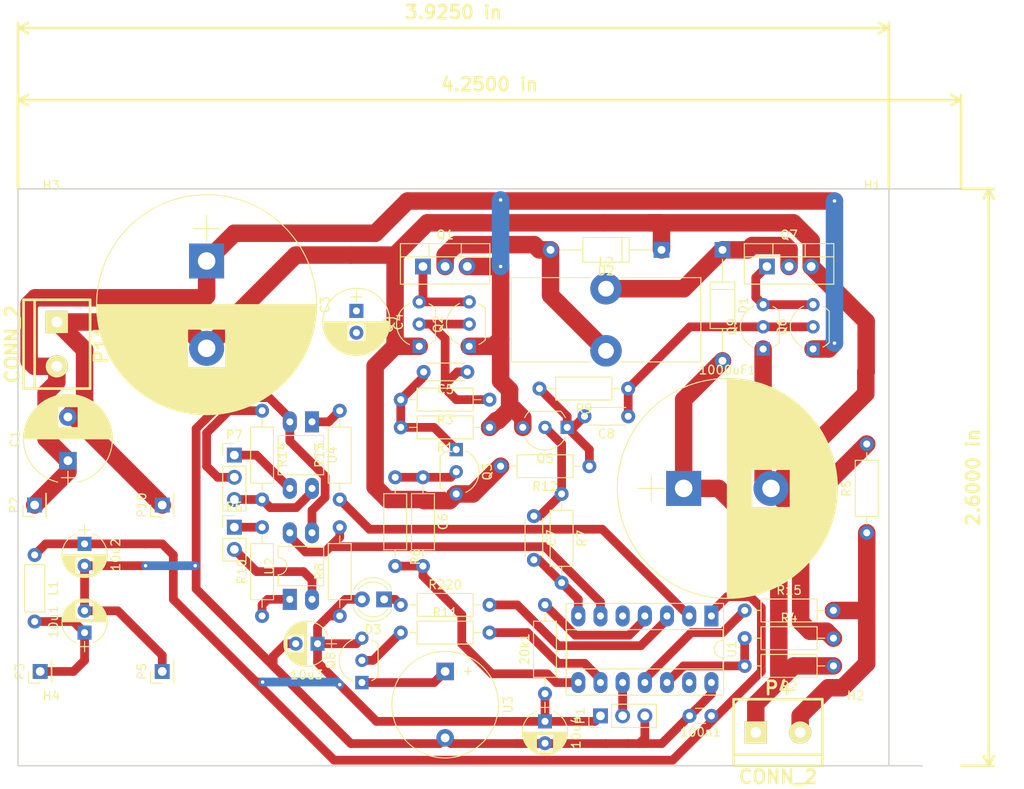
<source format=kicad_pcb>
(kicad_pcb (version 20171130) (host pcbnew 5.0.1-33cea8e~68~ubuntu16.04.1)
  (layers (0 F.Cu signal) (31 B.Cu signal) (34 B.Paste user hide) (35 F.Paste user) (36 B.SilkS user hide) (37 F.SilkS user) (38 B.Mask user hide) (39 F.Mask user) (44 Edge.Cuts user))
  (net 0 "")
  (net 1 +5V)
  (net 2 "Net-(D1-Pad1)")
  (net 3 +48V)
  (net 4 "Net-(R13-Pad2)")
  (net 5 "Net-(1000uF1-Pad1)")
  (net 6 GND)
  (net 7 "Net-(10u1-Pad1)")
  (net 8 "Net-(20k1-Pad2)")
  (net 9 "Net-(C5-Pad2)")
  (net 10 "Net-(C5-Pad1)")
  (net 11 "Net-(C6-Pad1)")
  (net 12 /i1)
  (net 13 "Net-(C7-Pad1)")
  (net 14 /i2)
  (net 15 "Net-(C8-Pad2)")
  (net 16 "Net-(C8-Pad1)")
  (net 17 "Net-(D2-Pad2)")
  (net 18 /adc_in)
  (net 19 /oi)
  (net 20 /ov)
  (net 21 /pwm_in)
  (net 22 "Net-(R10-Pad1)")
  (net 23 /beep)
  (net 24 /sig_out)
  (net 25 /led)
  (net 26 "Net-(Q1-Pad1)")
  (net 27 "Net-(Q8-Pad2)")
  (net 28 "Net-(Q8-Pad1)")
  (net 29 "Net-(Q6-Pad3)")
  (net 30 "Net-(P6-Pad2)")
  (net 31 "Net-(P6-Pad1)")
  (net 32 "Net-(P7-Pad3)")
  (net 33 "Net-(P7-Pad2)")
  (net 34 "Net-(P7-Pad1)")
  (net 35 "Net-(D3-Pad1)")
  (net 36 "Net-(U1-Pad13)")
  (net 37 "Net-(U1-Pad5)")
  (net 38 GNDPWR)
  (net 39 "Net-(P4-Pad2)")
  (module Resistors_THT:R_Axial_DIN0207_L6.3mm_D2.5mm_P10.16mm_Horizontal (layer F.Cu) (at 153.035 97.155 270)
    (fp_text reference C6 (at 5.08 -2.31 270) (layer F.SilkS))
    (fp_text value C_Small)
    (pad 1 thru_hole circle (at 0 0 270) (size 1.6 1.6) (drill 0.8) (layers *.Cu *.Mask) (net 11 "Net-(C6-Pad1)"))
    (pad 2 thru_hole oval (at 10.16 0 270) (size 1.6 1.6) (drill 0.8) (layers *.Cu *.Mask) (net 12 /i1))
  )
  (module Inductors_THT:L_Toroid_Vertical_L21.6mm_W9.5mm_P7.11mm_Pulse_C (layer F.Cu) (at 173.99 75.565)
    (fp_text reference L2 (at 0 -3.05) (layer F.SilkS))
    (fp_text value toroid)
    (pad 1 thru_hole circle (at 0 0) (size 3.6 3.6) (drill 1.8) (layers *.Cu *.Mask) (net 2 "Net-(D1-Pad1)"))
    (pad 2 thru_hole circle (at 0 7.11) (size 3.6 3.6) (drill 1.8) (layers *.Cu *.Mask) (net 17 "Net-(D2-Pad2)"))
  )
  (module Capacitors_THT:C_Disc_D4.3mm_W1.9mm_P5.00mm (layer F.Cu) (at 165.735 101.6 270)
    (fp_text reference C7 (at 2.5 -2.01 270) (layer F.SilkS))
    (fp_text value C_Small)
    (pad 1 thru_hole circle (at 0 0 270) (size 1.6 1.6) (drill 0.8) (layers *.Cu *.Mask) (net 13 "Net-(C7-Pad1)"))
    (pad 2 thru_hole circle (at 5 0 270) (size 1.6 1.6) (drill 0.8) (layers *.Cu *.Mask) (net 14 /i2))
  )
  (module Capacitors_THT:CP_Radial_D5.0mm_P2.50mm (layer F.Cu) (at 167.005 125.095 270)
    (fp_text reference 10u4 (at 1.25 -3.56 270) (layer F.SilkS))
    (fp_text value CP1_Small)
    (pad 1 thru_hole rect (at 0 0 270) (size 1.6 1.6) (drill 0.8) (layers *.Cu *.Mask) (net 1 +5V))
    (pad 2 thru_hole circle (at 2.5 0 270) (size 1.6 1.6) (drill 0.8) (layers *.Cu *.Mask) (net 6 GND))
  )
  (module Housings_DIP:DIP-14_W7.62mm_Socket_LongPads (layer F.Cu) (at 186.055 113.03 270)
    (fp_text reference U1 (at 3.81 -2.33 270) (layer F.SilkS))
    (fp_text value ATTINY84A-PU)
    (pad 14 thru_hole oval (at 7.62 0 270) (size 2.4 1.6) (drill 0.8) (layers *.Cu *.Mask) (net 6 GND))
    (pad 7 thru_hole oval (at 0 15.24 270) (size 2.4 1.6) (drill 0.8) (layers *.Cu *.Mask) (net 14 /i2))
    (pad 13 thru_hole oval (at 7.62 2.54 270) (size 2.4 1.6) (drill 0.8) (layers *.Cu *.Mask) (net 36 "Net-(U1-Pad13)"))
    (pad 6 thru_hole oval (at 0 12.7 270) (size 2.4 1.6) (drill 0.8) (layers *.Cu *.Mask) (net 21 /pwm_in))
    (pad 12 thru_hole oval (at 7.62 5.08 270) (size 2.4 1.6) (drill 0.8) (layers *.Cu *.Mask) (net 20 /ov))
    (pad 5 thru_hole oval (at 0 10.16 270) (size 2.4 1.6) (drill 0.8) (layers *.Cu *.Mask) (net 37 "Net-(U1-Pad5)"))
    (pad 11 thru_hole oval (at 7.62 7.62 270) (size 2.4 1.6) (drill 0.8) (layers *.Cu *.Mask) (net 19 /oi))
    (pad 4 thru_hole oval (at 0 7.62 270) (size 2.4 1.6) (drill 0.8) (layers *.Cu *.Mask) (net 8 "Net-(20k1-Pad2)"))
    (pad 10 thru_hole oval (at 7.62 10.16 270) (size 2.4 1.6) (drill 0.8) (layers *.Cu *.Mask) (net 18 /adc_in))
    (pad 3 thru_hole oval (at 0 5.08 270) (size 2.4 1.6) (drill 0.8) (layers *.Cu *.Mask) (net 25 /led))
    (pad 9 thru_hole oval (at 7.62 12.7 270) (size 2.4 1.6) (drill 0.8) (layers *.Cu *.Mask) (net 23 /beep))
    (pad 2 thru_hole oval (at 0 2.54 270) (size 2.4 1.6) (drill 0.8) (layers *.Cu *.Mask) (net 24 /sig_out))
    (pad 8 thru_hole oval (at 7.62 15.24 270) (size 2.4 1.6) (drill 0.8) (layers *.Cu *.Mask) (net 12 /i1))
    (pad 1 thru_hole rect (at 0 0 270) (size 2.4 1.6) (drill 0.8) (layers *.Cu *.Mask) (net 1 +5V))
  )
  (module Resistors_THT:R_Axial_DIN0207_L6.3mm_D2.5mm_P10.16mm_Horizontal (layer F.Cu) (at 150.495 114.935)
    (fp_text reference R11 (at 5.08 -2.31) (layer F.SilkS))
    (fp_text value R)
    (pad 1 thru_hole circle (at 0 0) (size 1.6 1.6) (drill 0.8) (layers *.Cu *.Mask) (net 27 "Net-(Q8-Pad2)"))
    (pad 2 thru_hole oval (at 10.16 0) (size 1.6 1.6) (drill 0.8) (layers *.Cu *.Mask) (net 23 /beep))
  )
  (module TO_SOT_Packages_THT:TO-92_Inline_Wide (layer F.Cu) (at 156.845 93.98 270)
    (fp_text reference Q3 (at 2.54 -3.56 90) (layer F.SilkS))
    (fp_text value BC547)
    (pad 2 thru_hole circle (at 2.54 0) (size 1.52 1.52) (drill 0.8) (layers *.Cu *.Mask) (net 11 "Net-(C6-Pad1)"))
    (pad 3 thru_hole circle (at 5.08 0) (size 1.52 1.52) (drill 0.8) (layers *.Cu *.Mask) (net 38 GNDPWR))
    (pad 1 thru_hole rect (at 0 0) (size 1.52 1.52) (drill 0.8) (layers *.Cu *.Mask) (net 9 "Net-(C5-Pad2)"))
  )
  (module Capacitors_THT:CP_Radial_D25.0mm_P10.00mm_SnapIn (layer F.Cu) (at 182.88 98.425)
    (fp_text reference 1000uF1 (at 5 -13.56) (layer F.SilkS))
    (fp_text value CP)
    (pad 1 thru_hole rect (at 0 0) (size 4 4) (drill 2) (layers *.Cu *.Mask) (net 5 "Net-(1000uF1-Pad1)"))
    (pad 2 thru_hole circle (at 10 0) (size 4 4) (drill 2) (layers *.Cu *.Mask) (net 38 GNDPWR))
  )
  (module Capacitors_THT:CP_Radial_D5.0mm_P2.50mm (layer F.Cu) (at 114.3 104.775 270)
    (fp_text reference 10u2 (at 1.25 -3.56 270) (layer F.SilkS))
    (fp_text value CP1_Small)
    (pad 1 thru_hole rect (at 0 0 270) (size 1.6 1.6) (drill 0.8) (layers *.Cu *.Mask) (net 1 +5V))
    (pad 2 thru_hole circle (at 2.5 0 270) (size 1.6 1.6) (drill 0.8) (layers *.Cu *.Mask) (net 6 GND))
  )
  (module Inductors_THT:L_Axial_L5.3mm_D2.2mm_P7.62mm_Horizontal_Vishay_IM-1 (layer F.Cu) (at 108.585 106.045 270)
    (fp_text reference L1 (at 3.81 -2.16 270) (layer F.SilkS))
    (fp_text value L)
    (pad 1 thru_hole circle (at 0 0 270) (size 1.6 1.6) (drill 0.8) (layers *.Cu *.Mask) (net 1 +5V))
    (pad 2 thru_hole oval (at 7.62 0 270) (size 1.6 1.6) (drill 0.8) (layers *.Cu *.Mask) (net 7 "Net-(10u1-Pad1)"))
  )
  (module Capacitors_THT:C_Disc_D3.0mm_W1.6mm_P2.50mm (layer F.Cu) (at 186.055 124.46 180)
    (fp_text reference 100n1 (at 1.25 -1.86 180) (layer F.SilkS))
    (fp_text value C_Small)
    (pad 2 thru_hole circle (at 2.5 0 180) (size 1.6 1.6) (drill 0.8) (layers *.Cu *.Mask) (net 6 GND))
    (pad 1 thru_hole circle (at 0 0 180) (size 1.6 1.6) (drill 0.8) (layers *.Cu *.Mask) (net 1 +5V))
  )
  (module Capacitors_THT:CP_Radial_D5.0mm_P2.50mm (layer F.Cu) (at 114.3 114.935 90)
    (fp_text reference 10u1 (at 1.25 -3.56 90) (layer F.SilkS))
    (fp_text value CP1_Small)
    (pad 2 thru_hole circle (at 2.5 0 90) (size 1.6 1.6) (drill 0.8) (layers *.Cu *.Mask) (net 6 GND))
    (pad 1 thru_hole rect (at 0 0 90) (size 1.6 1.6) (drill 0.8) (layers *.Cu *.Mask) (net 7 "Net-(10u1-Pad1)"))
  )
  (module Resistors_THT:R_Axial_DIN0207_L6.3mm_D2.5mm_P10.16mm_Horizontal (layer F.Cu) (at 167.005 121.92 90)
    (fp_text reference 20k1 (at 5.08 -2.31 90) (layer F.SilkS))
    (fp_text value R)
    (pad 1 thru_hole circle (at 0 0 90) (size 1.6 1.6) (drill 0.8) (layers *.Cu *.Mask) (net 1 +5V))
    (pad 2 thru_hole oval (at 10.16 0 90) (size 1.6 1.6) (drill 0.8) (layers *.Cu *.Mask) (net 8 "Net-(20k1-Pad2)"))
  )
  (module Capacitors_THT:CP_Radial_D7.5mm_P2.50mm (layer F.Cu) (at 145.415 78.105 270)
    (fp_text reference C4 (at 1.25 -4.81 270) (layer F.SilkS))
    (fp_text value CP)
    (pad 2 thru_hole circle (at 2.5 0 270) (size 1.6 1.6) (drill 0.8) (layers *.Cu *.Mask) (net 38 GNDPWR))
    (pad 1 thru_hole rect (at 0 0 270) (size 1.6 1.6) (drill 0.8) (layers *.Cu *.Mask) (net 3 +48V))
  )
  (module Capacitors_THT:C_Disc_D4.3mm_W1.9mm_P5.00mm (layer F.Cu) (at 158.115 85.09 180)
    (fp_text reference C5 (at 2.5 -2.01 180) (layer F.SilkS))
    (fp_text value C_Small)
    (pad 2 thru_hole circle (at 5 0 180) (size 1.6 1.6) (drill 0.8) (layers *.Cu *.Mask) (net 9 "Net-(C5-Pad2)"))
    (pad 1 thru_hole circle (at 0 0 180) (size 1.6 1.6) (drill 0.8) (layers *.Cu *.Mask) (net 10 "Net-(C5-Pad1)"))
  )
  (module Diodes_ThroughHole:D_A-405_P12.70mm_Horizontal (layer F.Cu) (at 187.325 71.12 270)
    (fp_text reference D1 (at 6.35 -2.41 270) (layer F.SilkS))
    (fp_text value SCHOTTKY)
    (pad 2 thru_hole oval (at 12.7 0 270) (size 1.8 1.8) (drill 0.9) (layers *.Cu *.Mask) (net 5 "Net-(1000uF1-Pad1)"))
    (pad 1 thru_hole rect (at 0 0 270) (size 1.8 1.8) (drill 0.9) (layers *.Cu *.Mask) (net 2 "Net-(D1-Pad1)"))
  )
  (module Diodes_ThroughHole:D_A-405_P12.70mm_Horizontal (layer F.Cu) (at 180.34 71.12 180)
    (fp_text reference D2 (at 6.35 -2.41 180) (layer F.SilkS))
    (fp_text value SCHOTTKY)
    (pad 1 thru_hole rect (at 0 0 180) (size 1.8 1.8) (drill 0.9) (layers *.Cu *.Mask) (net 38 GNDPWR))
    (pad 2 thru_hole oval (at 12.7 0 180) (size 1.8 1.8) (drill 0.9) (layers *.Cu *.Mask) (net 17 "Net-(D2-Pad2)"))
  )
  (module LEDs:LED_D4.0mm (layer F.Cu) (at 148.59 111.125 180)
    (fp_text reference D3 (at 1.27 -3.46 180) (layer F.SilkS))
    (fp_text value LED)
    (pad 2 thru_hole circle (at 2.54 0 180) (size 1.8 1.8) (drill 0.9) (layers *.Cu *.Mask) (net 1 +5V))
    (pad 1 thru_hole rect (at 0 0 180) (size 1.8 1.8) (drill 0.9) (layers *.Cu *.Mask) (net 35 "Net-(D3-Pad1)"))
  )
  (module Mounting_Holes:MountingHole_3.2mm_M3 (layer F.Cu) (at 204.47 67.945)
    (fp_text reference H1 (at 0 -4.2) (layer F.SilkS))
    (fp_text value MountingHole)
    (pad 1 np_thru_hole circle (at 0 0) (size 3.2 3.2) (drill 3.2) (layers *.Cu *.Mask))
  )
  (module Mounting_Holes:MountingHole_3.2mm_M3 (layer F.Cu) (at 202.565 126.365)
    (fp_text reference H2 (at 0 -4.2) (layer F.SilkS))
    (fp_text value MountingHole)
    (pad 1 np_thru_hole circle (at 0 0) (size 3.2 3.2) (drill 3.2) (layers *.Cu *.Mask))
  )
  (module Mounting_Holes:MountingHole_3.2mm_M3 (layer F.Cu) (at 110.49 67.945)
    (fp_text reference H3 (at 0 -4.2) (layer F.SilkS))
    (fp_text value MountingHole)
    (pad 1 np_thru_hole circle (at 0 0) (size 3.2 3.2) (drill 3.2) (layers *.Cu *.Mask))
  )
  (module Mounting_Holes:MountingHole_3.2mm_M3 (layer F.Cu) (at 110.49 126.365)
    (fp_text reference H4 (at 0 -4.2) (layer F.SilkS))
    (fp_text value MountingHole)
    (pad 1 np_thru_hole circle (at 0 0) (size 3.2 3.2) (drill 3.2) (layers *.Cu *.Mask))
  )
  (module Pin_Headers:Pin_Header_Straight_1x03_Pitch2.54mm (layer F.Cu) (at 173.355 124.46 90)
    (fp_text reference P1 (at 0 -2.33 90) (layer F.SilkS))
    (fp_text value CONN_01X03)
    (pad 1 thru_hole rect (at 0 0 90) (size 1.7 1.7) (drill 1) (layers *.Cu *.Mask) (net 1 +5V))
    (pad 2 thru_hole oval (at 0 2.54 90) (size 1.7 1.7) (drill 1) (layers *.Cu *.Mask) (net 18 /adc_in))
    (pad 3 thru_hole oval (at 0 5.08 90) (size 1.7 1.7) (drill 1) (layers *.Cu *.Mask) (net 6 GND))
  )
  (module borniers:bornier2_V (layer F.Cu) (at 193.675 126.365)
    (fp_text reference P4 (at 0 -5.08) (layer F.SilkS) (effects (font (size 1.524 1.524) (thickness 0.3048))))
    (fp_text value CONN_2 (at 0 5.08) (layer F.SilkS) (effects (font (size 1.524 1.524) (thickness 0.3048))))
    (pad 1 thru_hole rect (at -2.54 0) (size 2.54 2.54) (drill 1.22428) (layers *.Cu *.Mask F.SilkS) (net 5 "Net-(1000uF1-Pad1)"))
    (pad 2 thru_hole circle (at 2.54 0) (size 2.54 2.54) (drill 1.22428) (layers *.Cu *.Mask F.SilkS) (net 39 "Net-(P4-Pad2)"))
  )
  (module borniers:bornier2_V (layer F.Cu) (at 111.125 81.915 270)
    (fp_text reference P11 (at 0 -5.08 270) (layer F.SilkS) (effects (font (size 1.524 1.524) (thickness 0.3048))))
    (fp_text value CONN_2 (at 0 5.08 270) (layer F.SilkS) (effects (font (size 1.524 1.524) (thickness 0.3048))))
    (pad 1 thru_hole rect (at -2.54 0 270) (size 2.54 2.54) (drill 1.22428) (layers *.Cu *.Mask F.SilkS) (net 38 GNDPWR))
    (pad 2 thru_hole circle (at 2.54 0 270) (size 2.54 2.54) (drill 1.22428) (layers *.Cu *.Mask F.SilkS) (net 3 +48V))
  )
  (module Resistors_THT:R_Axial_DIN0207_L6.3mm_D2.5mm_P10.16mm_Horizontal (layer F.Cu) (at 160.655 91.44 180)
    (fp_text reference R1 (at 5.08 -2.31 180) (layer F.SilkS))
    (fp_text value R)
    (pad 1 thru_hole circle (at 0 0 180) (size 1.6 1.6) (drill 0.8) (layers *.Cu *.Mask) (net 3 +48V))
    (pad 2 thru_hole oval (at 10.16 0 180) (size 1.6 1.6) (drill 0.8) (layers *.Cu *.Mask) (net 9 "Net-(C5-Pad2)"))
  )
  (module Resistors_THT:R_Axial_DIN0207_L6.3mm_D2.5mm_P10.16mm_Horizontal (layer F.Cu) (at 200.025 118.745 180)
    (fp_text reference R2 (at 5.08 -2.31 180) (layer F.SilkS))
    (fp_text value R)
    (pad 2 thru_hole oval (at 10.16 0 180) (size 1.6 1.6) (drill 0.8) (layers *.Cu *.Mask) (net 20 /ov))
    (pad 1 thru_hole circle (at 0 0 180) (size 1.6 1.6) (drill 0.8) (layers *.Cu *.Mask) (net 5 "Net-(1000uF1-Pad1)"))
  )
  (module Resistors_THT:R_Axial_DIN0207_L6.3mm_D2.5mm_P10.16mm_Horizontal (layer F.Cu) (at 160.655 88.265 180)
    (fp_text reference R3 (at 5.08 -2.31 180) (layer F.SilkS))
    (fp_text value R)
    (pad 2 thru_hole oval (at 10.16 0 180) (size 1.6 1.6) (drill 0.8) (layers *.Cu *.Mask) (net 9 "Net-(C5-Pad2)"))
    (pad 1 thru_hole circle (at 0 0 180) (size 1.6 1.6) (drill 0.8) (layers *.Cu *.Mask) (net 10 "Net-(C5-Pad1)"))
  )
  (module Resistors_THT:R_Axial_DIN0207_L6.3mm_D2.5mm_P10.16mm_Horizontal (layer F.Cu) (at 189.865 115.57)
    (fp_text reference R4 (at 5.08 -2.31) (layer F.SilkS))
    (fp_text value R)
    (pad 1 thru_hole circle (at 0 0) (size 1.6 1.6) (drill 0.8) (layers *.Cu *.Mask) (net 20 /ov))
    (pad 2 thru_hole oval (at 10.16 0) (size 1.6 1.6) (drill 0.8) (layers *.Cu *.Mask) (net 38 GNDPWR))
  )
  (module Resistors_THT:R_Axial_DIN0207_L6.3mm_D2.5mm_P10.16mm_Horizontal (layer F.Cu) (at 203.835 103.505 90)
    (fp_text reference R5 (at 5.08 -2.31 90) (layer F.SilkS))
    (fp_text value R)
    (pad 2 thru_hole oval (at 10.16 0 90) (size 1.6 1.6) (drill 0.8) (layers *.Cu *.Mask) (net 38 GNDPWR))
    (pad 1 thru_hole circle (at 0 0 90) (size 1.6 1.6) (drill 0.8) (layers *.Cu *.Mask) (net 39 "Net-(P4-Pad2)"))
  )
  (module Resistors_THT:R_Axial_DIN0207_L6.3mm_D2.5mm_P10.16mm_Horizontal (layer F.Cu) (at 149.86 97.155 270)
    (fp_text reference R6 (at 9.084999 -2.31 270) (layer F.SilkS))
    (fp_text value R)
    (pad 1 thru_hole circle (at 0 0 270) (size 1.6 1.6) (drill 0.8) (layers *.Cu *.Mask) (net 11 "Net-(C6-Pad1)"))
    (pad 2 thru_hole oval (at 10.16 0 270) (size 1.6 1.6) (drill 0.8) (layers *.Cu *.Mask) (net 12 /i1))
  )
  (module Resistors_THT:R_Axial_DIN0207_L6.3mm_D2.5mm_P10.16mm_Horizontal (layer F.Cu) (at 168.91 99.06 270)
    (fp_text reference R7 (at 5.08 -2.31 270) (layer F.SilkS))
    (fp_text value R)
    (pad 2 thru_hole oval (at 10.16 0 270) (size 1.6 1.6) (drill 0.8) (layers *.Cu *.Mask) (net 14 /i2))
    (pad 1 thru_hole circle (at 0 0 270) (size 1.6 1.6) (drill 0.8) (layers *.Cu *.Mask) (net 13 "Net-(C7-Pad1)"))
  )
  (module Resistors_THT:R_Axial_DIN0207_L6.3mm_D2.5mm_P10.16mm_Horizontal (layer F.Cu) (at 143.51 113.03 90)
    (fp_text reference R8 (at 5.08 -2.31 90) (layer F.SilkS))
    (fp_text value R)
    (pad 2 thru_hole oval (at 10.16 0 90) (size 1.6 1.6) (drill 0.8) (layers *.Cu *.Mask) (net 21 /pwm_in))
    (pad 1 thru_hole circle (at 0 0 90) (size 1.6 1.6) (drill 0.8) (layers *.Cu *.Mask) (net 1 +5V))
  )
  (module Resistors_THT:R_Axial_DIN0207_L6.3mm_D2.5mm_P10.16mm_Horizontal (layer F.Cu) (at 176.53 86.995 180)
    (fp_text reference R9 (at 5.08 -2.31 180) (layer F.SilkS))
    (fp_text value R)
    (pad 2 thru_hole oval (at 10.16 0 180) (size 1.6 1.6) (drill 0.8) (layers *.Cu *.Mask) (net 15 "Net-(C8-Pad2)"))
    (pad 1 thru_hole circle (at 0 0 180) (size 1.6 1.6) (drill 0.8) (layers *.Cu *.Mask) (net 16 "Net-(C8-Pad1)"))
  )
  (module Resistors_THT:R_Axial_DIN0207_L6.3mm_D2.5mm_P10.16mm_Horizontal (layer F.Cu) (at 134.62 113.030001 90)
    (fp_text reference R10 (at 5.08 -2.31 90) (layer F.SilkS))
    (fp_text value R)
    (pad 1 thru_hole circle (at 0 0 90) (size 1.6 1.6) (drill 0.8) (layers *.Cu *.Mask) (net 22 "Net-(R10-Pad1)"))
    (pad 2 thru_hole oval (at 10.16 0 90) (size 1.6 1.6) (drill 0.8) (layers *.Cu *.Mask) (net 31 "Net-(P6-Pad1)"))
  )
  (module Resistors_THT:R_Axial_DIN0207_L6.3mm_D2.5mm_P10.16mm_Horizontal (layer F.Cu) (at 172.085 95.885 180)
    (fp_text reference R12 (at 5.08 -2.31 180) (layer F.SilkS))
    (fp_text value R)
    (pad 1 thru_hole circle (at 0 0 180) (size 1.6 1.6) (drill 0.8) (layers *.Cu *.Mask) (net 15 "Net-(C8-Pad2)"))
    (pad 2 thru_hole oval (at 10.16 0 180) (size 1.6 1.6) (drill 0.8) (layers *.Cu *.Mask) (net 38 GNDPWR))
  )
  (module Resistors_THT:R_Axial_DIN0207_L6.3mm_D2.5mm_P10.16mm_Horizontal (layer F.Cu) (at 143.51 99.695 90)
    (fp_text reference R13 (at 5.08 -2.31 90) (layer F.SilkS))
    (fp_text value R)
    (pad 2 thru_hole oval (at 10.16 0 90) (size 1.6 1.6) (drill 0.8) (layers *.Cu *.Mask) (net 4 "Net-(R13-Pad2)"))
    (pad 1 thru_hole circle (at 0 0 90) (size 1.6 1.6) (drill 0.8) (layers *.Cu *.Mask) (net 24 /sig_out))
  )
  (module Resistors_THT:R_Axial_DIN0207_L6.3mm_D2.5mm_P10.16mm_Horizontal (layer F.Cu) (at 134.62 89.535 270)
    (fp_text reference R14 (at 5.08 -2.31 270) (layer F.SilkS))
    (fp_text value R)
    (pad 1 thru_hole circle (at 0 0 270) (size 1.6 1.6) (drill 0.8) (layers *.Cu *.Mask) (net 33 "Net-(P7-Pad2)"))
    (pad 2 thru_hole oval (at 10.16 0 270) (size 1.6 1.6) (drill 0.8) (layers *.Cu *.Mask) (net 32 "Net-(P7-Pad3)"))
  )
  (module Resistors_THT:R_Axial_DIN0207_L6.3mm_D2.5mm_P10.16mm_Horizontal (layer F.Cu) (at 150.495 111.76)
    (fp_text reference R220 (at 5.08 -2.31) (layer F.SilkS))
    (fp_text value R)
    (pad 2 thru_hole oval (at 10.16 0) (size 1.6 1.6) (drill 0.8) (layers *.Cu *.Mask) (net 25 /led))
    (pad 1 thru_hole circle (at 0 0) (size 1.6 1.6) (drill 0.8) (layers *.Cu *.Mask) (net 35 "Net-(D3-Pad1)"))
  )
  (module Housings_DIP:DIP-4_W7.62mm_LongPads (layer F.Cu) (at 137.795 111.125 90)
    (fp_text reference U2 (at 3.81 -2.33 90) (layer F.SilkS))
    (fp_text value PC817)
    (pad 4 thru_hole oval (at 7.62 0 90) (size 2.4 1.6) (drill 0.8) (layers *.Cu *.Mask) (net 21 /pwm_in))
    (pad 2 thru_hole oval (at 0 2.54 90) (size 2.4 1.6) (drill 0.8) (layers *.Cu *.Mask) (net 30 "Net-(P6-Pad2)"))
    (pad 3 thru_hole oval (at 7.62 2.54 90) (size 2.4 1.6) (drill 0.8) (layers *.Cu *.Mask) (net 6 GND))
    (pad 1 thru_hole rect (at 0 0 90) (size 2.4 1.6) (drill 0.8) (layers *.Cu *.Mask) (net 22 "Net-(R10-Pad1)"))
  )
  (module Housings_DIP:DIP-4_W7.62mm_LongPads (layer F.Cu) (at 140.335 90.805 270)
    (fp_text reference U4 (at 3.81 -2.33 270) (layer F.SilkS))
    (fp_text value PC817)
    (pad 1 thru_hole rect (at 0 0 270) (size 2.4 1.6) (drill 0.8) (layers *.Cu *.Mask) (net 4 "Net-(R13-Pad2)"))
    (pad 3 thru_hole oval (at 7.62 2.54 270) (size 2.4 1.6) (drill 0.8) (layers *.Cu *.Mask) (net 34 "Net-(P7-Pad1)"))
    (pad 2 thru_hole oval (at 0 2.54 270) (size 2.4 1.6) (drill 0.8) (layers *.Cu *.Mask) (net 6 GND))
    (pad 4 thru_hole oval (at 7.62 0 270) (size 2.4 1.6) (drill 0.8) (layers *.Cu *.Mask) (net 32 "Net-(P7-Pad3)"))
  )
  (module Buzzers_Beepers:Buzzer_12x9.5RM7.6 (layer F.Cu) (at 155.575 119.38 270)
    (fp_text reference U3 (at 3.8 -7.2 270) (layer F.SilkS))
    (fp_text value BUZZER)
    (fp_text user + (at -0.01 -2.54 270) (layer F.SilkS))
    (pad 2 thru_hole circle (at 7.6 0 270) (size 2 2) (drill 1) (layers *.Cu *.Mask) (net 6 GND))
    (pad 1 thru_hole rect (at 0 0 270) (size 2 2) (drill 1) (layers *.Cu *.Mask) (net 28 "Net-(Q8-Pad1)"))
  )
  (module TO_SOT_Packages_THT:TO-220-3_Vertical (layer F.Cu) (at 153.035 73.025)
    (fp_text reference Q1 (at 2.54 -3.62) (layer F.SilkS))
    (fp_text value IRF9540N)
    (pad 1 thru_hole rect (at 0 0) (size 1.8 1.8) (drill 1) (layers *.Cu *.Mask) (net 26 "Net-(Q1-Pad1)"))
    (pad 2 thru_hole oval (at 2.54 0) (size 1.8 1.8) (drill 1) (layers *.Cu *.Mask) (net 17 "Net-(D2-Pad2)"))
    (pad 3 thru_hole oval (at 5.079999 0) (size 1.8 1.8) (drill 1) (layers *.Cu *.Mask) (net 3 +48V))
  )
  (module TO_SOT_Packages_THT:TO-92_Inline_Wide (layer F.Cu) (at 158.327805 82.157483 90)
    (fp_text reference Q2 (at 2.54 -3.56 -90) (layer F.SilkS))
    (fp_text value BC547)
    (pad 1 thru_hole rect (at 0 0 180) (size 1.52 1.52) (drill 0.8) (layers *.Cu *.Mask) (net 3 +48V))
    (pad 3 thru_hole circle (at 5.08 0 180) (size 1.52 1.52) (drill 0.8) (layers *.Cu *.Mask) (net 26 "Net-(Q1-Pad1)"))
    (pad 2 thru_hole circle (at 2.54 0 180) (size 1.52 1.52) (drill 0.8) (layers *.Cu *.Mask) (net 10 "Net-(C5-Pad1)"))
  )
  (module TO_SOT_Packages_THT:TO-92_Inline_Wide (layer F.Cu) (at 152.612803 82.157482 90)
    (fp_text reference Q4 (at 2.54 -3.56 -90) (layer F.SilkS))
    (fp_text value BC557)
    (pad 2 thru_hole circle (at 2.54 0 180) (size 1.52 1.52) (drill 0.8) (layers *.Cu *.Mask) (net 10 "Net-(C5-Pad1)"))
    (pad 3 thru_hole circle (at 5.08 0 180) (size 1.52 1.52) (drill 0.8) (layers *.Cu *.Mask) (net 26 "Net-(Q1-Pad1)"))
    (pad 1 thru_hole rect (at 0 0 180) (size 1.52 1.52) (drill 0.8) (layers *.Cu *.Mask) (net 38 GNDPWR))
  )
  (module TO_SOT_Packages_THT:TO-92_Inline_Wide (layer F.Cu) (at 169.545 91.44 180)
    (fp_text reference Q5 (at 2.54 -3.56) (layer F.SilkS))
    (fp_text value BC557)
    (pad 2 thru_hole circle (at 2.54 0 270) (size 1.52 1.52) (drill 0.8) (layers *.Cu *.Mask) (net 13 "Net-(C7-Pad1)"))
    (pad 3 thru_hole circle (at 5.08 0 270) (size 1.52 1.52) (drill 0.8) (layers *.Cu *.Mask) (net 3 +48V))
    (pad 1 thru_hole rect (at 0 0 270) (size 1.52 1.52) (drill 0.8) (layers *.Cu *.Mask) (net 15 "Net-(C8-Pad2)"))
  )
  (module TO_SOT_Packages_THT:TO-92_Inline_Wide (layer F.Cu) (at 197.690024 82.468488 90)
    (fp_text reference Q6 (at 2.54 -3.56 -90) (layer F.SilkS))
    (fp_text value BC547)
    (pad 2 thru_hole circle (at 2.54 0 180) (size 1.52 1.52) (drill 0.8) (layers *.Cu *.Mask) (net 16 "Net-(C8-Pad1)"))
    (pad 3 thru_hole circle (at 5.08 0 180) (size 1.52 1.52) (drill 0.8) (layers *.Cu *.Mask) (net 29 "Net-(Q6-Pad3)"))
    (pad 1 thru_hole rect (at 0 0 180) (size 1.52 1.52) (drill 0.8) (layers *.Cu *.Mask) (net 3 +48V))
  )
  (module TO_SOT_Packages_THT:TO-92_Inline_Wide (layer F.Cu) (at 146.05 120.65 90)
    (fp_text reference Q8 (at 2.54 -3.56 270) (layer F.SilkS))
    (fp_text value BC557)
    (pad 1 thru_hole rect (at 0 0 180) (size 1.52 1.52) (drill 0.8) (layers *.Cu *.Mask) (net 28 "Net-(Q8-Pad1)"))
    (pad 3 thru_hole circle (at 5.08 0 180) (size 1.52 1.52) (drill 0.8) (layers *.Cu *.Mask) (net 1 +5V))
    (pad 2 thru_hole circle (at 2.54 0 180) (size 1.52 1.52) (drill 0.8) (layers *.Cu *.Mask) (net 27 "Net-(Q8-Pad2)"))
  )
  (module TO_SOT_Packages_THT:TO-92_Inline_Wide (layer F.Cu) (at 191.975023 82.468489 90)
    (fp_text reference Q9 (at 2.54 -3.56 -90) (layer F.SilkS))
    (fp_text value BC557)
    (pad 1 thru_hole rect (at 0 0 180) (size 1.52 1.52) (drill 0.8) (layers *.Cu *.Mask) (net 38 GNDPWR))
    (pad 3 thru_hole circle (at 5.08 0 180) (size 1.52 1.52) (drill 0.8) (layers *.Cu *.Mask) (net 29 "Net-(Q6-Pad3)"))
    (pad 2 thru_hole circle (at 2.54 0 180) (size 1.52 1.52) (drill 0.8) (layers *.Cu *.Mask) (net 16 "Net-(C8-Pad1)"))
  )
  (module TO_SOT_Packages_THT:TO-220-3_Vertical (layer F.Cu) (at 192.405 73.025)
    (fp_text reference Q7 (at 2.54 -3.62) (layer F.SilkS))
    (fp_text value IRF540N)
    (pad 1 thru_hole rect (at 0 0) (size 1.8 1.8) (drill 1) (layers *.Cu *.Mask) (net 29 "Net-(Q6-Pad3)"))
    (pad 2 thru_hole oval (at 2.54 0) (size 1.8 1.8) (drill 1) (layers *.Cu *.Mask) (net 2 "Net-(D1-Pad1)"))
    (pad 3 thru_hole oval (at 5.08 0) (size 1.8 1.8) (drill 1) (layers *.Cu *.Mask) (net 38 GNDPWR))
  )
  (module Pin_Headers:Pin_Header_Straight_1x01_Pitch2.54mm (layer F.Cu) (at 108.585 100.33 90)
    (fp_text reference P2 (at 0 -2.33 90) (layer F.SilkS))
    (fp_text value CONN_01X01)
    (pad 1 thru_hole rect (at 0 0 90) (size 1.7 1.7) (drill 1) (layers *.Cu *.Mask) (net 3 +48V))
  )
  (module Pin_Headers:Pin_Header_Straight_1x01_Pitch2.54mm (layer F.Cu) (at 109.22 119.38 90)
    (fp_text reference P3 (at 0 -2.33 90) (layer F.SilkS))
    (fp_text value CONN_01X01)
    (pad 1 thru_hole rect (at 0 0 90) (size 1.7 1.7) (drill 1) (layers *.Cu *.Mask) (net 7 "Net-(10u1-Pad1)"))
  )
  (module Pin_Headers:Pin_Header_Straight_1x01_Pitch2.54mm (layer F.Cu) (at 123.19 119.380001 90)
    (fp_text reference P5 (at 0 -2.33 90) (layer F.SilkS))
    (fp_text value CONN_01X01)
    (pad 1 thru_hole rect (at 0 0 90) (size 1.7 1.7) (drill 1) (layers *.Cu *.Mask) (net 6 GND))
  )
  (module Pin_Headers:Pin_Header_Straight_1x01_Pitch2.54mm (layer F.Cu) (at 123.189999 100.33 90)
    (fp_text reference P10 (at 0 -2.33 90) (layer F.SilkS))
    (fp_text value CONN_01X01)
    (pad 1 thru_hole rect (at 0 0 90) (size 1.7 1.7) (drill 1) (layers *.Cu *.Mask) (net 38 GNDPWR))
  )
  (module Pin_Headers:Pin_Header_Straight_1x02_Pitch2.54mm (layer F.Cu) (at 131.445 102.87)
    (fp_text reference P6 (at 0 -2.33) (layer F.SilkS))
    (fp_text value CONN_01X02)
    (pad 2 thru_hole oval (at 0 2.54) (size 1.7 1.7) (drill 1) (layers *.Cu *.Mask) (net 30 "Net-(P6-Pad2)"))
    (pad 1 thru_hole rect (at 0 0) (size 1.7 1.7) (drill 1) (layers *.Cu *.Mask) (net 31 "Net-(P6-Pad1)"))
  )
  (module Pin_Headers:Pin_Header_Straight_1x03_Pitch2.54mm (layer F.Cu) (at 131.445 94.615)
    (fp_text reference P7 (at 0 -2.33) (layer F.SilkS))
    (fp_text value CONN_01X03)
    (pad 3 thru_hole oval (at 0 5.08) (size 1.7 1.7) (drill 1) (layers *.Cu *.Mask) (net 32 "Net-(P7-Pad3)"))
    (pad 2 thru_hole oval (at 0 2.54) (size 1.7 1.7) (drill 1) (layers *.Cu *.Mask) (net 33 "Net-(P7-Pad2)"))
    (pad 1 thru_hole rect (at 0 0) (size 1.7 1.7) (drill 1) (layers *.Cu *.Mask) (net 34 "Net-(P7-Pad1)"))
  )
  (module Capacitors_THT:CP_Radial_D10.0mm_P5.00mm (layer F.Cu) (at 112.395 95.25 90)
    (fp_text reference C1 (at 2.5 -6.06 90) (layer F.SilkS))
    (fp_text value CP)
    (pad 2 thru_hole circle (at 5 0 90) (size 2 2) (drill 1) (layers *.Cu *.Mask) (net 38 GNDPWR))
    (pad 1 thru_hole rect (at 0 0 90) (size 2 2) (drill 1) (layers *.Cu *.Mask) (net 3 +48V))
  )
  (module Capacitors_THT:CP_Radial_D25.0mm_P10.00mm_SnapIn (layer F.Cu) (at 128.27 72.39 270)
    (fp_text reference C3 (at 5 -13.56 270) (layer F.SilkS))
    (fp_text value CP)
    (pad 1 thru_hole rect (at 0 0 270) (size 4 4) (drill 2) (layers *.Cu *.Mask) (net 3 +48V))
    (pad 2 thru_hole circle (at 10 0 270) (size 4 4) (drill 2) (layers *.Cu *.Mask) (net 38 GNDPWR))
  )
  (module Capacitors_THT:CP_Radial_D5.0mm_P2.50mm (layer F.Cu) (at 140.97 116.205 180)
    (fp_text reference 10u3 (at 1.25 -3.56 180) (layer F.SilkS))
    (fp_text value CP1_Small)
    (pad 1 thru_hole rect (at 0 0 180) (size 1.6 1.6) (drill 0.8) (layers *.Cu *.Mask) (net 1 +5V))
    (pad 2 thru_hole circle (at 2.5 0 180) (size 1.6 1.6) (drill 0.8) (layers *.Cu *.Mask) (net 6 GND))
  )
  (module Resistors_THT:R_Axial_DIN0207_L6.3mm_D2.5mm_P10.16mm_Horizontal (layer F.Cu) (at 189.865 112.395)
    (fp_text reference R15 (at 5.08 -2.31) (layer F.SilkS))
    (fp_text value 0)
    (pad 1 thru_hole circle (at 0 0) (size 1.6 1.6) (drill 0.8) (layers *.Cu *.Mask) (net 19 /oi))
    (pad 2 thru_hole oval (at 10.16 0) (size 1.6 1.6) (drill 0.8) (layers *.Cu *.Mask) (net 39 "Net-(P4-Pad2)"))
  )
  (module Capacitors_THT:C_Disc_D4.3mm_W1.9mm_P5.00mm (layer F.Cu) (at 176.53 90.17 180)
    (fp_text reference C8 (at 2.5 -2.01 180) (layer F.SilkS))
    (fp_text value C_Small)
    (pad 1 thru_hole circle (at 0 0 180) (size 1.6 1.6) (drill 0.8) (layers *.Cu *.Mask) (net 16 "Net-(C8-Pad1)"))
    (pad 2 thru_hole circle (at 5 0 180) (size 1.6 1.6) (drill 0.8) (layers *.Cu *.Mask) (net 15 "Net-(C8-Pad2)"))
  )
  (dimension 99.695 (width 0.3) (layer F.SilkS) (gr_text "99.695 mm" (at 156.5275 43.62) (layer F.SilkS) (effects (font (size 1.5 1.5) (thickness 0.3)))) (feature1 (pts (xy 206.375 64.135) (xy 206.375 45.133579))) (feature2 (pts (xy 106.68 64.135) (xy 106.68 45.133579))) (crossbar (pts (xy 106.68 45.72) (xy 206.375 45.72))) (arrow1a (pts (xy 206.375 45.72) (xy 205.248496 46.306421))) (arrow1b (pts (xy 206.375 45.72) (xy 205.248496 45.133579))) (arrow2a (pts (xy 106.68 45.72) (xy 107.806504 46.306421))) (arrow2b (pts (xy 106.68 45.72) (xy 107.806504 45.133579))))
  (dimension 66.04 (width 0.3) (layer F.SilkS) (gr_text "66.040 mm" (at 219.905 97.155 270) (layer F.SilkS) (effects (font (size 1.5 1.5) (thickness 0.3)))) (feature1 (pts (xy 214.63 130.175) (xy 218.391421 130.175))) (feature2 (pts (xy 214.63 64.135) (xy 218.391421 64.135))) (crossbar (pts (xy 217.805 64.135) (xy 217.805 130.175))) (arrow1a (pts (xy 217.805 130.175) (xy 217.218579 129.048496))) (arrow1b (pts (xy 217.805 130.175) (xy 218.391421 129.048496))) (arrow2a (pts (xy 217.805 64.135) (xy 217.218579 65.261504))) (arrow2b (pts (xy 217.805 64.135) (xy 218.391421 65.261504))))
  (dimension 107.95 (width 0.3) (layer F.SilkS) (gr_text "107.950 mm" (at 160.655 51.875) (layer F.SilkS) (effects (font (size 1.5 1.5) (thickness 0.3)))) (feature1 (pts (xy 214.63 64.135) (xy 214.63 53.388579))) (feature2 (pts (xy 106.68 64.135) (xy 106.68 53.388579))) (crossbar (pts (xy 106.68 53.975) (xy 214.63 53.975))) (arrow1a (pts (xy 214.63 53.975) (xy 213.503496 54.561421))) (arrow1b (pts (xy 214.63 53.975) (xy 213.503496 53.388579))) (arrow2a (pts (xy 106.68 53.975) (xy 107.806504 54.561421))) (arrow2b (pts (xy 106.68 53.975) (xy 107.806504 53.388579))))
  (gr_line (start 106.68 130.175) (end 210.185 130.175) (layer Edge.Cuts) (width 0.15))
  (gr_line (start 206.375 130.175) (end 206.375 64.135) (layer Edge.Cuts) (width 0.15))
  (gr_line (start 214.63 64.135) (end 106.68 64.135) (layer Edge.Cuts) (width 0.15))
  (gr_line (start 106.68 130.175) (end 106.68 64.135) (layer Edge.Cuts) (width 0.15))
  (segment (start 109.855 104.775) (end 114.3 104.775) (width 1) (layer F.Cu) (net 1))
  (segment (start 108.585 106.045) (end 109.855 104.775) (width 1) (layer F.Cu) (net 1))
  (segment (start 124.46 106.045) (end 123.19 104.775) (width 1) (layer F.Cu) (net 1))
  (segment (start 124.46 111.125) (end 124.46 106.045) (width 1) (layer F.Cu) (net 1))
  (segment (start 123.19 104.775) (end 121.285 104.775) (width 1) (layer F.Cu) (net 1))
  (segment (start 121.285 104.775) (end 114.3 104.775) (width 1) (layer F.Cu) (net 1))
  (via (at 143.51 120.890002) (size 0.6) (drill 0.4) (layers F.Cu B.Cu) (net 1))
  (segment (start 143.210001 120.590003) (end 134.679997 120.590003) (width 1) (layer B.Cu) (net 1))
  (segment (start 143.51 120.890002) (end 143.210001 120.590003) (width 1) (layer B.Cu) (net 1))
  (via (at 134.679997 120.590003) (size 0.6) (drill 0.4) (layers F.Cu B.Cu) (net 1))
  (segment (start 134.679997 120.590003) (end 133.925003 120.590003) (width 1) (layer F.Cu) (net 1))
  (segment (start 133.35 120.015) (end 124.46 111.125) (width 1) (layer F.Cu) (net 1))
  (segment (start 133.925003 120.590003) (end 133.35 120.015) (width 1) (layer F.Cu) (net 1))
  (segment (start 143.51 120.890002) (end 140.97 118.350002) (width 1) (layer F.Cu) (net 1))
  (segment (start 140.97 118.350002) (end 140.97 116.205) (width 1) (layer F.Cu) (net 1))
  (segment (start 145.415 116.205) (end 146.05 115.57) (width 1) (layer F.Cu) (net 1))
  (segment (start 140.97 116.205) (end 145.415 116.205) (width 1) (layer F.Cu) (net 1))
  (segment (start 143.51 113.03) (end 142.24 113.03) (width 1) (layer F.Cu) (net 1))
  (segment (start 140.97 114.3) (end 140.97 116.205) (width 1) (layer F.Cu) (net 1))
  (segment (start 142.24 113.03) (end 140.97 114.3) (width 1) (layer F.Cu) (net 1))
  (segment (start 172.72 125.095) (end 173.355 124.46) (width 1) (layer F.Cu) (net 1))
  (segment (start 167.005 125.095) (end 172.72 125.095) (width 1) (layer F.Cu) (net 1))
  (segment (start 147.714998 125.095) (end 143.51 120.890002) (width 1) (layer F.Cu) (net 1))
  (segment (start 167.005 125.095) (end 147.714998 125.095) (width 1) (layer F.Cu) (net 1))
  (segment (start 167.005 121.92) (end 167.005 125.095) (width 1) (layer F.Cu) (net 1))
  (segment (start 144.145 111.125) (end 142.24 113.03) (width 1) (layer F.Cu) (net 1))
  (segment (start 146.05 111.125) (end 144.145 111.125) (width 1) (layer F.Cu) (net 1))
  (segment (start 190.520002 110.83) (end 187.855 110.83) (width 1) (layer F.Cu) (net 1))
  (segment (start 187.855 110.83) (end 186.055 112.63) (width 1) (layer F.Cu) (net 1))
  (segment (start 191.77 119.38) (end 191.77 112.079998) (width 1) (layer F.Cu) (net 1))
  (segment (start 181.61 129.54) (end 191.77 119.38) (width 1) (layer F.Cu) (net 1))
  (segment (start 142.875 129.54) (end 181.61 129.54) (width 1) (layer F.Cu) (net 1))
  (segment (start 186.055 112.63) (end 186.055 113.03) (width 1) (layer F.Cu) (net 1))
  (segment (start 191.77 112.079998) (end 190.520002 110.83) (width 1) (layer F.Cu) (net 1))
  (segment (start 133.35 120.015) (end 142.875 129.54) (width 1) (layer F.Cu) (net 1))
  (segment (start 182.88 75.565) (end 187.325 71.12) (width 2) (layer F.Cu) (net 2))
  (segment (start 173.99 75.565) (end 182.88 75.565) (width 2) (layer F.Cu) (net 2))
  (segment (start 190.225 71.12) (end 187.325 71.12) (width 2) (layer F.Cu) (net 2))
  (segment (start 190.720001 70.624999) (end 190.225 71.12) (width 2) (layer F.Cu) (net 2))
  (segment (start 194.505001 70.624999) (end 190.720001 70.624999) (width 2) (layer F.Cu) (net 2))
  (segment (start 194.945 71.064998) (end 194.505001 70.624999) (width 2) (layer F.Cu) (net 2))
  (segment (start 194.945 73.025) (end 194.945 71.064998) (width 2) (layer F.Cu) (net 2))
  (segment (start 158.327804 82.157482) (end 158.327805 82.157483) (width 1) (layer F.Cu) (net 3))
  (segment (start 128.27 73.025) (end 128.27 72.39) (width 1) (layer F.Cu) (net 3))
  (segment (start 131.445 69.215) (end 128.27 72.39) (width 2) (layer F.Cu) (net 3))
  (segment (start 144.78 69.215) (end 131.445 69.215) (width 2) (layer F.Cu) (net 3))
  (segment (start 108.654999 76.604999) (end 107.95 77.309998) (width 2) (layer F.Cu) (net 3))
  (segment (start 128.055001 76.604999) (end 108.654999 76.604999) (width 2) (layer F.Cu) (net 3))
  (segment (start 128.27 76.39) (end 128.055001 76.604999) (width 2) (layer F.Cu) (net 3))
  (segment (start 128.27 72.39) (end 128.27 76.39) (width 2) (layer F.Cu) (net 3))
  (segment (start 111.125 84.455) (end 108.585 84.455) (width 2) (layer F.Cu) (net 3))
  (segment (start 107.95 83.82) (end 107.95 77.309998) (width 2) (layer F.Cu) (net 3))
  (segment (start 108.585 84.455) (end 107.95 83.82) (width 2) (layer F.Cu) (net 3))
  (segment (start 158.114999 73.025) (end 161.925 73.025) (width 2) (layer F.Cu) (net 3))
  (segment (start 151.27003 65.52497) (end 200.14497 65.52497) (width 2) (layer F.Cu) (net 3))
  (segment (start 147.58 69.215) (end 151.27003 65.52497) (width 2) (layer F.Cu) (net 3))
  (segment (start 144.78 69.215) (end 147.58 69.215) (width 2) (layer F.Cu) (net 3))
  (segment (start 109.894999 87.481052) (end 109.894999 92.749999) (width 2) (layer F.Cu) (net 3))
  (segment (start 111.125 86.251051) (end 109.894999 87.481052) (width 2) (layer F.Cu) (net 3))
  (segment (start 109.894999 92.749999) (end 112.395 95.25) (width 2) (layer F.Cu) (net 3))
  (segment (start 111.125 84.455) (end 111.125 86.251051) (width 2) (layer F.Cu) (net 3))
  (segment (start 112.395 96.52) (end 108.585 100.33) (width 2) (layer F.Cu) (net 3))
  (segment (start 112.395 95.25) (end 112.395 96.52) (width 2) (layer F.Cu) (net 3))
  (via (at 161.925 73.025) (size 0.6) (drill 0.4) (layers F.Cu B.Cu) (net 3))
  (segment (start 161.925 73.025) (end 161.925 65.405) (width 2) (layer B.Cu) (net 3))
  (via (at 161.925 65.405) (size 0.6) (drill 0.4) (layers F.Cu B.Cu) (net 3))
  (via (at 200.14497 65.52497) (size 0.6) (drill 0.4) (layers F.Cu B.Cu) (net 3))
  (segment (start 200.14497 65.52497) (end 200.14497 81.79503) (width 2) (layer B.Cu) (net 3))
  (via (at 200.14497 81.79503) (size 0.6) (drill 0.4) (layers F.Cu B.Cu) (net 3))
  (segment (start 199.471512 82.468488) (end 197.690024 82.468488) (width 2) (layer F.Cu) (net 3))
  (segment (start 200.14497 81.79503) (end 199.471512 82.468488) (width 2) (layer F.Cu) (net 3))
  (segment (start 161.087805 82.157483) (end 158.327805 82.157483) (width 2) (layer F.Cu) (net 3))
  (segment (start 161.925 81.320288) (end 161.087805 82.157483) (width 2) (layer F.Cu) (net 3))
  (segment (start 161.925 73.025) (end 161.925 81.320288) (width 2) (layer F.Cu) (net 3))
  (segment (start 161.454999 90.640001) (end 160.655 91.44) (width 2) (layer F.Cu) (net 3))
  (segment (start 161.684001 90.640001) (end 161.454999 90.640001) (width 2) (layer F.Cu) (net 3))
  (segment (start 162.955001 89.369001) (end 161.684001 90.640001) (width 2) (layer F.Cu) (net 3))
  (segment (start 162.955001 87.160999) (end 162.955001 89.369001) (width 2) (layer F.Cu) (net 3))
  (segment (start 161.925 86.130998) (end 162.955001 87.160999) (width 2) (layer F.Cu) (net 3))
  (segment (start 161.925 81.320288) (end 161.925 86.130998) (width 2) (layer F.Cu) (net 3))
  (segment (start 163.468803 89.369001) (end 162.955001 89.369001) (width 2) (layer F.Cu) (net 3))
  (segment (start 164.465 90.365198) (end 163.468803 89.369001) (width 2) (layer F.Cu) (net 3))
  (segment (start 164.465 91.44) (end 164.465 90.365198) (width 2) (layer F.Cu) (net 3))
  (segment (start 142.24 90.805) (end 143.51 89.535) (width 1) (layer F.Cu) (net 4))
  (segment (start 140.335 90.805) (end 142.24 90.805) (width 1) (layer F.Cu) (net 4))
  (segment (start 182.88 88.265) (end 187.325 83.82) (width 2) (layer F.Cu) (net 5))
  (segment (start 182.88 98.425) (end 182.88 88.265) (width 2) (layer F.Cu) (net 5))
  (segment (start 191.135 123.095) (end 191.135 126.365) (width 2) (layer F.Cu) (net 5))
  (segment (start 193.77001 120.45999) (end 191.135 123.095) (width 2) (layer F.Cu) (net 5))
  (segment (start 193.77001 105.31501) (end 193.77001 120.45999) (width 2) (layer F.Cu) (net 5))
  (segment (start 186.88 98.425) (end 193.77001 105.31501) (width 2) (layer F.Cu) (net 5))
  (segment (start 182.88 98.425) (end 186.88 98.425) (width 2) (layer F.Cu) (net 5))
  (segment (start 195.485 118.745) (end 193.77001 120.45999) (width 2) (layer F.Cu) (net 5))
  (segment (start 200.025 118.745) (end 195.485 118.745) (width 2) (layer F.Cu) (net 5))
  (segment (start 115.43137 112.435) (end 114.3 112.435) (width 1) (layer F.Cu) (net 6))
  (segment (start 123.19 117.530001) (end 118.094999 112.435) (width 1) (layer F.Cu) (net 6))
  (segment (start 118.094999 112.435) (end 115.43137 112.435) (width 1) (layer F.Cu) (net 6))
  (segment (start 114.3 112.435) (end 114.3 107.275) (width 1) (layer F.Cu) (net 6))
  (segment (start 156.23 127.635) (end 155.575 126.98) (width 1) (layer F.Cu) (net 6))
  (segment (start 163.83 127.635) (end 156.23 127.635) (width 1) (layer F.Cu) (net 6))
  (segment (start 121.285 107.275) (end 114.3 107.275) (width 1) (layer F.Cu) (net 6))
  (via (at 121.285 107.275) (size 0.6) (drill 0.4) (layers F.Cu B.Cu) (net 6))
  (segment (start 121.285 107.275) (end 126.96 107.275) (width 1) (layer B.Cu) (net 6))
  (via (at 126.96 107.275) (size 0.6) (drill 0.4) (layers F.Cu B.Cu) (net 6))
  (segment (start 137.795 90.805) (end 137.795 90.405) (width 1) (layer F.Cu) (net 6))
  (segment (start 127.069991 91.577939) (end 127.06999 109.92499) (width 1) (layer F.Cu) (net 6))
  (segment (start 137.795 90.405) (end 135.424999 88.034999) (width 1) (layer F.Cu) (net 6))
  (segment (start 135.424999 88.034999) (end 130.612931 88.034999) (width 1) (layer F.Cu) (net 6))
  (segment (start 130.612931 88.034999) (end 127.069991 91.577939) (width 1) (layer F.Cu) (net 6))
  (segment (start 137.33863 116.205) (end 135.89 117.65363) (width 1) (layer F.Cu) (net 6))
  (segment (start 138.47 116.205) (end 137.33863 116.205) (width 1) (layer F.Cu) (net 6))
  (segment (start 127.06999 109.92499) (end 135.89 118.745) (width 1) (layer F.Cu) (net 6))
  (segment (start 135.89 117.65363) (end 135.89 118.745) (width 1) (layer F.Cu) (net 6))
  (segment (start 180.38 127.635) (end 184.19 123.825) (width 1) (layer F.Cu) (net 6))
  (segment (start 184.19 123.825) (end 186.055 121.96) (width 1) (layer F.Cu) (net 6))
  (segment (start 186.055 121.96) (end 186.055 120.65) (width 1) (layer F.Cu) (net 6))
  (segment (start 163.83 127.635) (end 173.99 127.635) (width 1) (layer F.Cu) (net 6))
  (segment (start 173.99 127.635) (end 176.53 127.635) (width 1) (layer F.Cu) (net 6))
  (segment (start 155.575 126.98) (end 155.575 127) (width 1) (layer F.Cu) (net 6))
  (segment (start 155.575 127) (end 154.94 127.635) (width 1) (layer F.Cu) (net 6))
  (segment (start 144.78 127.635) (end 144.125 126.98) (width 1) (layer F.Cu) (net 6))
  (segment (start 154.94 127.635) (end 144.78 127.635) (width 1) (layer F.Cu) (net 6))
  (segment (start 135.89 118.745) (end 143.51 126.365) (width 1) (layer F.Cu) (net 6))
  (segment (start 143.51 126.365) (end 144.125 126.98) (width 1) (layer F.Cu) (net 6))
  (segment (start 178.435 127) (end 177.8 127.635) (width 1) (layer F.Cu) (net 6))
  (segment (start 178.435 124.46) (end 178.435 127) (width 1) (layer F.Cu) (net 6))
  (segment (start 177.8 127.635) (end 180.38 127.635) (width 1) (layer F.Cu) (net 6))
  (segment (start 176.53 127.635) (end 177.8 127.635) (width 1) (layer F.Cu) (net 6))
  (segment (start 123.19 119.380001) (end 123.19 117.530001) (width 1) (layer F.Cu) (net 6))
  (segment (start 137.795 93.005) (end 137.795 90.805) (width 1) (layer F.Cu) (net 6))
  (segment (start 141.83501 99.446324) (end 141.83501 97.04501) (width 1) (layer F.Cu) (net 6))
  (segment (start 140.335 100.946334) (end 141.83501 99.446324) (width 1) (layer F.Cu) (net 6))
  (segment (start 141.83501 97.04501) (end 137.795 93.005) (width 1) (layer F.Cu) (net 6))
  (segment (start 140.335 103.505) (end 140.335 100.946334) (width 1) (layer F.Cu) (net 6))
  (segment (start 109.22 119.38) (end 113.03 119.38) (width 1) (layer F.Cu) (net 7))
  (segment (start 114.3 118.11) (end 114.3 114.935) (width 1) (layer F.Cu) (net 7))
  (segment (start 113.03 119.38) (end 114.3 118.11) (width 1) (layer F.Cu) (net 7))
  (segment (start 113.03 113.665) (end 114.3 114.935) (width 1) (layer F.Cu) (net 7))
  (segment (start 108.585 113.665) (end 113.03 113.665) (width 1) (layer F.Cu) (net 7))
  (segment (start 176.635 115.23) (end 178.435 113.43) (width 1) (layer F.Cu) (net 8))
  (segment (start 170.475 115.23) (end 176.635 115.23) (width 1) (layer F.Cu) (net 8))
  (segment (start 178.435 113.43) (end 178.435 113.03) (width 1) (layer F.Cu) (net 8))
  (segment (start 167.005 111.76) (end 170.475 115.23) (width 1) (layer F.Cu) (net 8))
  (segment (start 150.495 91.44) (end 150.495 88.265) (width 1) (layer F.Cu) (net 9))
  (segment (start 153.115 85.645) (end 150.495 88.265) (width 1) (layer F.Cu) (net 9))
  (segment (start 153.115 85.09) (end 153.115 85.645) (width 1) (layer F.Cu) (net 9))
  (segment (start 154.305 91.44) (end 156.845 93.98) (width 1) (layer F.Cu) (net 9))
  (segment (start 150.495 91.44) (end 154.305 91.44) (width 1) (layer F.Cu) (net 9))
  (segment (start 152.612804 79.617483) (end 152.612803 79.617482) (width 1) (layer F.Cu) (net 10))
  (segment (start 154.94 79.617483) (end 152.612804 79.617483) (width 1) (layer F.Cu) (net 10))
  (segment (start 158.327805 79.617483) (end 155.575 79.617483) (width 1) (layer F.Cu) (net 10))
  (segment (start 155.575 79.617483) (end 154.94 79.617483) (width 1) (layer F.Cu) (net 10))
  (segment (start 158.115 88.265) (end 160.655 88.265) (width 1) (layer F.Cu) (net 10))
  (segment (start 152.612803 79.617482) (end 153.912482 79.617482) (width 1) (layer F.Cu) (net 10))
  (segment (start 153.912482 79.617482) (end 155.575 81.28) (width 1) (layer F.Cu) (net 10))
  (segment (start 155.575 81.28) (end 155.575 86.995) (width 1) (layer F.Cu) (net 10))
  (segment (start 156.845 88.265) (end 158.115 88.265) (width 1) (layer F.Cu) (net 10))
  (segment (start 155.575 86.995) (end 156.845 88.265) (width 1) (layer F.Cu) (net 10))
  (segment (start 155.575 86.49863) (end 155.575 86.995) (width 1) (layer F.Cu) (net 10))
  (segment (start 156.98363 85.09) (end 155.575 86.49863) (width 1) (layer F.Cu) (net 10))
  (segment (start 158.115 85.09) (end 156.98363 85.09) (width 1) (layer F.Cu) (net 10))
  (segment (start 149.86 97.155) (end 153.035 97.155) (width 1) (layer F.Cu) (net 11))
  (segment (start 156.21 97.155) (end 156.845 96.52) (width 1) (layer F.Cu) (net 11))
  (segment (start 153.035 97.155) (end 156.21 97.155) (width 1) (layer F.Cu) (net 11))
  (segment (start 149.86 107.315) (end 153.035 107.315) (width 1) (layer F.Cu) (net 12))
  (segment (start 168.275 120.65) (end 170.815 120.65) (width 1) (layer F.Cu) (net 12))
  (segment (start 160.92501 119.65001) (end 167.27501 119.65001) (width 1) (layer F.Cu) (net 12))
  (segment (start 167.27501 119.65001) (end 168.275 120.65) (width 1) (layer F.Cu) (net 12))
  (segment (start 153.035 107.315) (end 153.035 108.44637) (width 1) (layer F.Cu) (net 12))
  (segment (start 157.48 116.205) (end 160.92501 119.65001) (width 1) (layer F.Cu) (net 12))
  (segment (start 153.035 108.44637) (end 157.48 112.89137) (width 1) (layer F.Cu) (net 12))
  (segment (start 157.48 112.89137) (end 157.48 116.205) (width 1) (layer F.Cu) (net 12))
  (segment (start 166.37 101.6) (end 168.91 99.06) (width 1) (layer F.Cu) (net 13))
  (segment (start 165.735 101.6) (end 166.37 101.6) (width 1) (layer F.Cu) (net 13))
  (segment (start 168.91 93.345) (end 167.005 91.44) (width 1) (layer F.Cu) (net 13))
  (segment (start 168.91 99.06) (end 168.91 93.345) (width 1) (layer F.Cu) (net 13))
  (segment (start 170.815 111.125) (end 168.91 109.22) (width 1) (layer F.Cu) (net 14))
  (segment (start 170.815 113.03) (end 170.815 111.125) (width 1) (layer F.Cu) (net 14))
  (segment (start 166.29 106.6) (end 168.91 109.22) (width 1) (layer F.Cu) (net 14))
  (segment (start 165.735 106.6) (end 166.29 106.6) (width 1) (layer F.Cu) (net 14))
  (segment (start 172.085 93.98) (end 172.085 95.885) (width 1) (layer F.Cu) (net 15))
  (segment (start 169.545 91.44) (end 172.085 93.98) (width 1) (layer F.Cu) (net 15))
  (segment (start 170.26 91.44) (end 171.53 90.17) (width 1) (layer F.Cu) (net 15))
  (segment (start 169.545 91.44) (end 170.26 91.44) (width 1) (layer F.Cu) (net 15))
  (segment (start 169.545 90.17) (end 166.37 86.995) (width 1) (layer F.Cu) (net 15))
  (segment (start 169.545 91.44) (end 169.545 90.17) (width 1) (layer F.Cu) (net 15))
  (segment (start 197.690024 79.928489) (end 191.975024 79.928489) (width 1) (layer F.Cu) (net 16))
  (segment (start 176.53 86.995) (end 176.53 90.17) (width 1) (layer F.Cu) (net 16))
  (segment (start 183.596511 79.928489) (end 176.53 86.995) (width 1) (layer F.Cu) (net 16))
  (segment (start 191.975023 79.928489) (end 183.596511 79.928489) (width 1) (layer F.Cu) (net 16))
  (segment (start 167.64 76.325) (end 167.64 71.12) (width 2) (layer F.Cu) (net 17))
  (segment (start 173.99 82.675) (end 167.64 76.325) (width 2) (layer F.Cu) (net 17))
  (segment (start 166.367208 71.12) (end 167.64 71.12) (width 2) (layer F.Cu) (net 17))
  (segment (start 165.772198 70.52499) (end 166.367208 71.12) (width 2) (layer F.Cu) (net 17))
  (segment (start 156.802218 70.52499) (end 165.772198 70.52499) (width 2) (layer F.Cu) (net 17))
  (segment (start 155.575 71.752208) (end 156.802218 70.52499) (width 2) (layer F.Cu) (net 17))
  (segment (start 155.575 73.025) (end 155.575 71.752208) (width 2) (layer F.Cu) (net 17))
  (segment (start 175.895 120.65) (end 175.895 124.46) (width 1) (layer F.Cu) (net 18))
  (segment (start 178.435 120.25) (end 178.435 120.65) (width 1) (layer F.Cu) (net 19))
  (segment (start 187.329999 114.930001) (end 183.754999 114.930001) (width 1) (layer F.Cu) (net 19))
  (segment (start 183.754999 114.930001) (end 178.435 120.25) (width 1) (layer F.Cu) (net 19))
  (segment (start 189.865 112.395) (end 187.329999 114.930001) (width 1) (layer F.Cu) (net 19))
  (segment (start 182.88 118.745) (end 180.975 120.65) (width 1) (layer F.Cu) (net 20))
  (segment (start 189.865 118.745) (end 182.88 118.745) (width 1) (layer F.Cu) (net 20))
  (segment (start 189.865 115.57) (end 189.865 118.745) (width 1) (layer F.Cu) (net 20))
  (segment (start 137.795 103.905) (end 137.795 103.505) (width 1) (layer F.Cu) (net 21))
  (segment (start 139.595 105.705) (end 137.795 103.905) (width 1) (layer F.Cu) (net 21))
  (segment (start 141.80637 105.705) (end 139.595 105.705) (width 1) (layer F.Cu) (net 21))
  (segment (start 143.51 104.00137) (end 141.80637 105.705) (width 1) (layer F.Cu) (net 21))
  (segment (start 143.51 102.87) (end 143.51 104.00137) (width 1) (layer F.Cu) (net 21))
  (segment (start 142.411371 105.099999) (end 141.80637 105.705) (width 1) (layer F.Cu) (net 21))
  (segment (start 167.010001 105.099999) (end 142.411371 105.099999) (width 1) (layer F.Cu) (net 21))
  (segment (start 173.355 111.444998) (end 167.010001 105.099999) (width 1) (layer F.Cu) (net 21))
  (segment (start 173.355 113.03) (end 173.355 111.444998) (width 1) (layer F.Cu) (net 21))
  (segment (start 137.795 111.125) (end 135.255 111.125) (width 1) (layer F.Cu) (net 22))
  (segment (start 134.62 111.76) (end 134.62 113.030001) (width 1) (layer F.Cu) (net 22))
  (segment (start 135.255 111.125) (end 134.62 111.76) (width 1) (layer F.Cu) (net 22))
  (segment (start 171.555 118.45) (end 173.355 120.25) (width 1) (layer F.Cu) (net 23))
  (segment (start 168.51207 118.45) (end 171.555 118.45) (width 1) (layer F.Cu) (net 23))
  (segment (start 173.355 120.25) (end 173.355 120.65) (width 1) (layer F.Cu) (net 23))
  (segment (start 164.99707 114.935) (end 168.51207 118.45) (width 1) (layer F.Cu) (net 23))
  (segment (start 160.655 114.935) (end 164.99707 114.935) (width 1) (layer F.Cu) (net 23))
  (segment (start 144.309999 100.494999) (end 143.51 99.695) (width 1) (layer F.Cu) (net 24))
  (segment (start 173.566335 103.100001) (end 146.915001 103.100001) (width 1) (layer F.Cu) (net 24))
  (segment (start 146.915001 103.100001) (end 144.309999 100.494999) (width 1) (layer F.Cu) (net 24))
  (segment (start 183.496334 113.03) (end 173.566335 103.100001) (width 1) (layer F.Cu) (net 24))
  (segment (start 183.515 113.03) (end 183.496334 113.03) (width 1) (layer F.Cu) (net 24))
  (segment (start 180.975 113.43) (end 180.975 113.03) (width 1) (layer F.Cu) (net 25))
  (segment (start 160.655 111.76) (end 163.83 111.76) (width 1) (layer F.Cu) (net 25))
  (segment (start 163.83 111.76) (end 168.50001 116.43001) (width 1) (layer F.Cu) (net 25))
  (segment (start 168.50001 116.43001) (end 177.97499 116.43001) (width 1) (layer F.Cu) (net 25))
  (segment (start 177.97499 116.43001) (end 180.975 113.43) (width 1) (layer F.Cu) (net 25))
  (segment (start 158.327804 77.077482) (end 158.327805 77.077483) (width 1) (layer F.Cu) (net 26))
  (segment (start 152.612803 77.077482) (end 158.327804 77.077482) (width 1) (layer F.Cu) (net 26))
  (segment (start 153.035 76.655285) (end 152.612803 77.077482) (width 1) (layer F.Cu) (net 26))
  (segment (start 153.035 73.025) (end 153.035 76.655285) (width 1) (layer F.Cu) (net 26))
  (segment (start 147.32 118.11) (end 150.495 114.935) (width 1) (layer F.Cu) (net 27))
  (segment (start 146.05 118.11) (end 147.32 118.11) (width 1) (layer F.Cu) (net 27))
  (segment (start 154.305 120.65) (end 155.575 119.38) (width 1) (layer F.Cu) (net 28))
  (segment (start 146.05 120.65) (end 154.305 120.65) (width 1) (layer F.Cu) (net 28))
  (segment (start 191.975024 77.388489) (end 197.690024 77.388489) (width 1) (layer F.Cu) (net 29))
  (segment (start 191.135 76.548466) (end 191.975023 77.388489) (width 1) (layer F.Cu) (net 29))
  (segment (start 191.135 74.295) (end 191.135 76.548466) (width 1) (layer F.Cu) (net 29))
  (segment (start 192.405 73.025) (end 191.135 74.295) (width 1) (layer F.Cu) (net 29))
  (segment (start 140.335 108.925) (end 139.359999 107.95) (width 1) (layer F.Cu) (net 30))
  (segment (start 140.335 111.125001) (end 140.335 108.925) (width 1) (layer F.Cu) (net 30))
  (segment (start 133.984999 107.95) (end 131.445 105.41) (width 1) (layer F.Cu) (net 30))
  (segment (start 139.359999 107.95) (end 133.984999 107.95) (width 1) (layer F.Cu) (net 30))
  (segment (start 131.445 102.87) (end 134.62 102.87) (width 1) (layer F.Cu) (net 31))
  (segment (start 131.445 99.695) (end 134.62 99.695) (width 1) (layer F.Cu) (net 32))
  (segment (start 140.335 98.825) (end 140.334999 98.425001) (width 1) (layer F.Cu) (net 32))
  (segment (start 138.535 100.625) (end 140.335 98.825) (width 1) (layer F.Cu) (net 32))
  (segment (start 135.55 100.624999) (end 138.535 100.625) (width 1) (layer F.Cu) (net 32))
  (segment (start 134.62 99.695) (end 135.55 100.624999) (width 1) (layer F.Cu) (net 32))
  (segment (start 131.445 97.154999) (end 129.54 97.155) (width 1) (layer F.Cu) (net 33))
  (segment (start 129.54 97.155) (end 128.27 95.885) (width 1) (layer F.Cu) (net 33))
  (segment (start 128.27 95.885) (end 128.27 92.075) (width 1) (layer F.Cu) (net 33))
  (segment (start 128.27 92.075) (end 130.81 89.535) (width 1) (layer F.Cu) (net 33))
  (segment (start 130.81 89.535) (end 134.62 89.535) (width 1) (layer F.Cu) (net 33))
  (segment (start 133.985 94.615) (end 131.445 94.615) (width 1) (layer F.Cu) (net 34))
  (segment (start 137.795 98.425) (end 133.985 94.615) (width 1) (layer F.Cu) (net 34))
  (segment (start 149.86 111.125) (end 150.495 111.76) (width 1) (layer F.Cu) (net 35))
  (segment (start 148.59 111.125) (end 149.86 111.125) (width 1) (layer F.Cu) (net 35))
  (segment (start 125.255 79.375) (end 128.27 82.39) (width 2) (layer F.Cu) (net 38))
  (segment (start 111.125 79.375) (end 125.255 79.375) (width 2) (layer F.Cu) (net 38))
  (segment (start 138.47 71.715) (end 144.724991 71.715) (width 2) (layer F.Cu) (net 38))
  (segment (start 130.269999 79.915001) (end 138.47 71.715) (width 2) (layer F.Cu) (net 38))
  (segment (start 130.269999 80.390001) (end 130.269999 79.915001) (width 2) (layer F.Cu) (net 38))
  (segment (start 128.27 82.39) (end 130.269999 80.390001) (width 2) (layer F.Cu) (net 38))
  (segment (start 153.535018 68.02498) (end 173.70998 68.02498) (width 2) (layer F.Cu) (net 38))
  (segment (start 149.844998 71.715) (end 153.535018 68.02498) (width 2) (layer F.Cu) (net 38))
  (segment (start 144.78 71.715) (end 149.844998 71.715) (width 2) (layer F.Cu) (net 38))
  (segment (start 197.485 73.025) (end 203.769999 79.309999) (width 2) (layer F.Cu) (net 38))
  (segment (start 203.769999 79.309999) (end 203.769999 85.09) (width 2) (layer F.Cu) (net 38))
  (segment (start 113.394999 89.250001) (end 112.395 90.25) (width 2) (layer F.Cu) (net 38))
  (segment (start 114.3 82.55) (end 114.3 88.345) (width 2) (layer F.Cu) (net 38))
  (segment (start 114.3 88.345) (end 113.394999 89.250001) (width 2) (layer F.Cu) (net 38))
  (segment (start 111.125 79.375) (end 114.3 82.55) (width 2) (layer F.Cu) (net 38))
  (segment (start 113.109999 90.25) (end 123.189999 100.33) (width 2) (layer F.Cu) (net 38))
  (segment (start 112.395 90.25) (end 113.109999 90.25) (width 2) (layer F.Cu) (net 38))
  (segment (start 197.485 70.06945) (end 195.44053 68.02498) (width 2) (layer F.Cu) (net 38))
  (segment (start 197.485 73.025) (end 197.485 70.06945) (width 2) (layer F.Cu) (net 38))
  (segment (start 203.730008 85.050009) (end 203.769999 85.09) (width 2) (layer F.Cu) (net 38))
  (segment (start 149.852803 82.157482) (end 152.612803 82.157482) (width 2) (layer F.Cu) (net 38))
  (segment (start 149.844998 82.149677) (end 149.852803 82.157482) (width 2) (layer F.Cu) (net 38))
  (segment (start 149.844998 71.715) (end 149.844998 82.149677) (width 2) (layer F.Cu) (net 38))
  (segment (start 158.75 99.06) (end 161.925 95.885) (width 2) (layer F.Cu) (net 38))
  (segment (start 156.845 99.06) (end 158.75 99.06) (width 2) (layer F.Cu) (net 38))
  (segment (start 147.559999 84.434676) (end 149.844998 82.149677) (width 2) (layer F.Cu) (net 38))
  (segment (start 148.995998 99.695) (end 147.559999 98.259001) (width 2) (layer F.Cu) (net 38))
  (segment (start 147.559999 98.259001) (end 147.559999 84.434676) (width 2) (layer F.Cu) (net 38))
  (segment (start 153.035 99.695) (end 148.995998 99.695) (width 2) (layer F.Cu) (net 38))
  (segment (start 156.085001 99.819999) (end 156.845 99.06) (width 2) (layer F.Cu) (net 38))
  (segment (start 153.159999 99.819999) (end 156.085001 99.819999) (width 2) (layer F.Cu) (net 38))
  (segment (start 153.035 99.695) (end 153.159999 99.819999) (width 2) (layer F.Cu) (net 38))
  (segment (start 180.14498 68.02498) (end 179.07 68.02498) (width 2) (layer F.Cu) (net 38))
  (segment (start 180.34 68.22) (end 180.14498 68.02498) (width 2) (layer F.Cu) (net 38))
  (segment (start 180.34 71.12) (end 180.34 68.22) (width 2) (layer F.Cu) (net 38))
  (segment (start 195.44053 68.02498) (end 179.07 68.02498) (width 2) (layer F.Cu) (net 38))
  (segment (start 179.07 68.02498) (end 173.70998 68.02498) (width 2) (layer F.Cu) (net 38))
  (segment (start 203.730008 87.574992) (end 203.730008 85.050009) (width 2) (layer F.Cu) (net 38))
  (segment (start 192.88 98.425) (end 203.730008 87.574992) (width 2) (layer F.Cu) (net 38))
  (segment (start 191.975023 97.520023) (end 192.88 98.425) (width 2) (layer F.Cu) (net 38))
  (segment (start 191.975023 82.468489) (end 191.975023 97.520023) (width 2) (layer F.Cu) (net 38))
  (segment (start 192.88 98.425) (end 198.755 98.425) (width 2) (layer F.Cu) (net 38))
  (segment (start 198.755 98.425) (end 203.835 93.345) (width 2) (layer F.Cu) (net 38))
  (segment (start 196.27002 101.81502) (end 194.879999 100.424999) (width 2) (layer F.Cu) (net 38))
  (segment (start 194.879999 100.424999) (end 192.88 98.425) (width 2) (layer F.Cu) (net 38))
  (segment (start 196.27002 113.72002) (end 196.27002 101.81502) (width 2) (layer F.Cu) (net 38))
  (segment (start 197.320001 114.770001) (end 196.27002 113.72002) (width 2) (layer F.Cu) (net 38))
  (segment (start 199.225001 114.770001) (end 197.320001 114.770001) (width 2) (layer F.Cu) (net 38))
  (segment (start 200.025 115.57) (end 199.225001 114.770001) (width 2) (layer F.Cu) (net 38))
  (segment (start 196.215 126.365) (end 196.215 124.46) (width 2) (layer F.Cu) (net 39))
  (segment (start 203.835 104.63637) (end 203.835 103.505) (width 2) (layer F.Cu) (net 39))
  (segment (start 201.060538 121.24501) (end 203.835 118.470548) (width 2) (layer F.Cu) (net 39))
  (segment (start 199.42999 121.24501) (end 201.060538 121.24501) (width 2) (layer F.Cu) (net 39))
  (segment (start 196.215 124.46) (end 199.42999 121.24501) (width 2) (layer F.Cu) (net 39))
  (segment (start 203.2 112.395) (end 203.835 113.03) (width 2) (layer F.Cu) (net 39))
  (segment (start 200.025 112.395) (end 203.2 112.395) (width 2) (layer F.Cu) (net 39))
  (segment (start 203.835 113.03) (end 203.835 104.63637) (width 2) (layer F.Cu) (net 39))
  (segment (start 203.835 118.470548) (end 203.835 113.03) (width 2) (layer F.Cu) (net 39))
)
</source>
